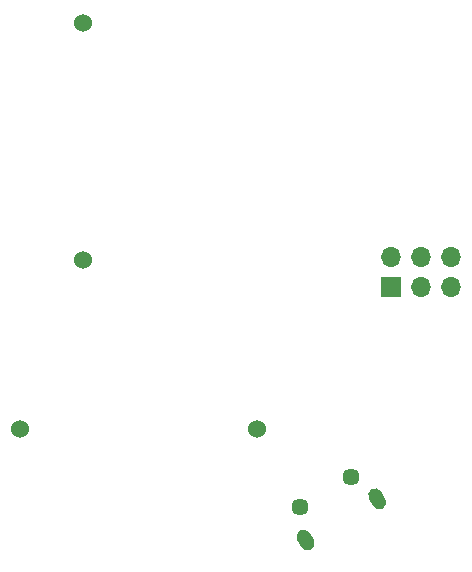
<source format=gbr>
%TF.GenerationSoftware,KiCad,Pcbnew,(5.1.12)-1*%
%TF.CreationDate,2021-12-12T20:51:00-05:00*%
%TF.ProjectId,snowflake,736e6f77-666c-4616-9b65-2e6b69636164,rev?*%
%TF.SameCoordinates,Original*%
%TF.FileFunction,Soldermask,Bot*%
%TF.FilePolarity,Negative*%
%FSLAX46Y46*%
G04 Gerber Fmt 4.6, Leading zero omitted, Abs format (unit mm)*
G04 Created by KiCad (PCBNEW (5.1.12)-1) date 2021-12-12 20:51:00*
%MOMM*%
%LPD*%
G01*
G04 APERTURE LIST*
%ADD10O,1.700000X1.700000*%
%ADD11R,1.700000X1.700000*%
%ADD12C,1.524000*%
%ADD13C,1.450000*%
G04 APERTURE END LIST*
D10*
%TO.C,J1*%
X175260000Y-96520000D03*
X175260000Y-99060000D03*
X172720000Y-96520000D03*
X172720000Y-99060000D03*
X170180000Y-96520000D03*
D11*
X170180000Y-99060000D03*
%TD*%
D12*
%TO.C,BT1*%
X144145000Y-96774000D03*
X144145000Y-76708000D03*
%TD*%
%TO.C,BT2*%
X158877000Y-111125000D03*
X138811000Y-111125000D03*
%TD*%
D13*
%TO.C,J2*%
X162483086Y-117687038D03*
X166813214Y-115187038D03*
G36*
G01*
X163311676Y-119922197D02*
X163661676Y-120528415D01*
G75*
G02*
X163442061Y-121348030I-519615J-300000D01*
G01*
X163442061Y-121348030D01*
G75*
G02*
X162622446Y-121128415I-300000J519615D01*
G01*
X162272446Y-120522197D01*
G75*
G02*
X162492061Y-119702582I519615J300000D01*
G01*
X162492061Y-119702582D01*
G75*
G02*
X163311676Y-119922197I300000J-519615D01*
G01*
G37*
G36*
G01*
X168684624Y-117628415D02*
X168334624Y-117022197D01*
G75*
G02*
X168554239Y-116202582I519615J300000D01*
G01*
X168554239Y-116202582D01*
G75*
G02*
X169373854Y-116422197I300000J-519615D01*
G01*
X169723854Y-117028415D01*
G75*
G02*
X169504239Y-117848030I-519615J-300000D01*
G01*
X169504239Y-117848030D01*
G75*
G02*
X168684624Y-117628415I-300000J519615D01*
G01*
G37*
%TD*%
M02*

</source>
